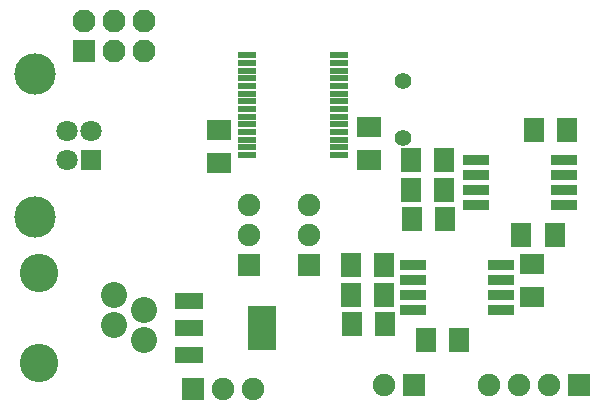
<source format=gbr>
G04 DipTrace 2.4.0.2*
%INBottomMask.gbr*%
%MOIN*%
%ADD40C,0.128*%
%ADD49C,0.056*%
%ADD51C,0.138*%
%ADD53C,0.071*%
%ADD55R,0.071X0.071*%
%ADD63C,0.0868*%
%ADD65R,0.0868X0.0317*%
%ADD67C,0.0769*%
%ADD69R,0.0769X0.0769*%
%ADD71R,0.0631X0.0198*%
%ADD75R,0.0789X0.071*%
%ADD77R,0.071X0.0789*%
%ADD79C,0.075*%
%ADD81R,0.075X0.075*%
%ADD83R,0.0946X0.1498*%
%ADD85R,0.096X0.056*%
%FSLAX44Y44*%
G04*
G70*
G90*
G75*
G01*
%LNBotMask*%
%LPD*%
D85*
X11940Y5940D3*
Y6846D3*
Y7751D3*
D83*
X14378Y6846D3*
D81*
X24940Y4940D3*
D79*
X23940D3*
X22940D3*
X21940D3*
D75*
X12940Y13440D3*
Y12338D3*
X17940Y12440D3*
Y13543D3*
D77*
X20491Y10491D3*
X19389D3*
X18491Y6991D3*
X17389D3*
X18440Y7940D3*
X17338D3*
X20440Y11440D3*
X19338D3*
X20940Y6440D3*
X19838D3*
X24129Y9940D3*
X23027D3*
X23440Y13440D3*
X24543D3*
D75*
X23389Y8991D3*
Y7889D3*
D71*
X16940Y15940D3*
Y15684D3*
Y15428D3*
Y15172D3*
Y14917D3*
Y14661D3*
Y14405D3*
Y14149D3*
Y13893D3*
Y13637D3*
Y13381D3*
Y13125D3*
Y12869D3*
Y12613D3*
X13869D3*
Y12869D3*
Y13125D3*
Y13381D3*
Y13637D3*
Y13893D3*
Y14149D3*
Y14405D3*
Y14661D3*
Y14917D3*
Y15172D3*
Y15428D3*
Y15684D3*
Y15940D3*
D69*
X8440Y16065D3*
D67*
X9440D3*
X10440D3*
Y17065D3*
X9440D3*
X8440D3*
D65*
X22338Y8940D3*
Y8440D3*
Y7940D3*
Y7440D3*
X19424D3*
Y7940D3*
Y8440D3*
Y8940D3*
X24440Y12440D3*
Y11940D3*
Y11440D3*
Y10940D3*
X21527D3*
Y11440D3*
Y11940D3*
Y12440D3*
D81*
X13940Y8940D3*
D79*
Y9940D3*
Y10940D3*
D81*
X15940Y8940D3*
D79*
Y9940D3*
Y10940D3*
D81*
X19440Y4940D3*
D79*
X18440D3*
D81*
X12065Y4815D3*
D79*
X13065D3*
X14065D3*
D77*
X20440Y12440D3*
X19338D3*
X18440Y8940D3*
X17338D3*
D63*
X9460Y7940D3*
X10460Y7440D3*
X9460Y6940D3*
X10460Y6440D3*
D40*
X6960Y5690D3*
Y8690D3*
D55*
X8669Y12440D3*
D53*
Y13424D3*
X7881D3*
Y12440D3*
D51*
X6814Y15302D3*
Y10562D3*
D49*
X19065Y13190D3*
Y15090D3*
M02*

</source>
